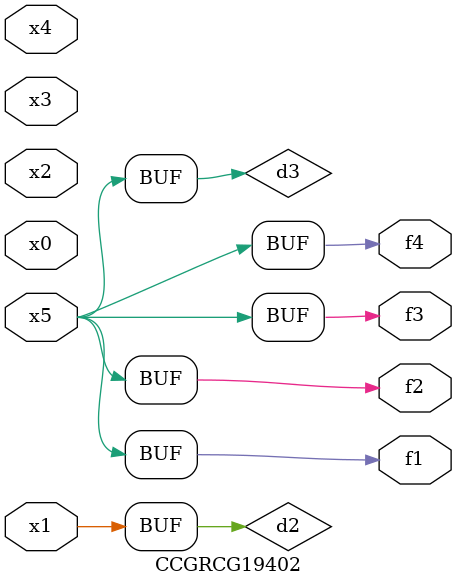
<source format=v>
module CCGRCG19402(
	input x0, x1, x2, x3, x4, x5,
	output f1, f2, f3, f4
);

	wire d1, d2, d3;

	not (d1, x5);
	or (d2, x1);
	xnor (d3, d1);
	assign f1 = d3;
	assign f2 = d3;
	assign f3 = d3;
	assign f4 = d3;
endmodule

</source>
